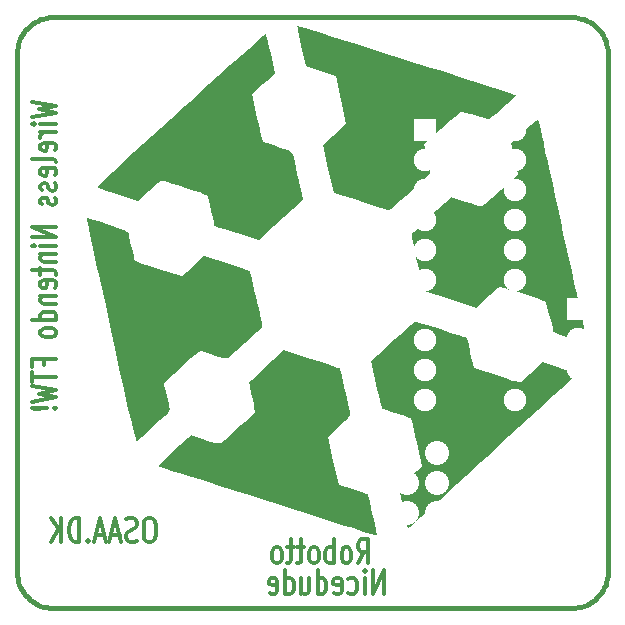
<source format=gbo>
G04 (created by PCBNEW-RS274X (2012-01-19 BZR 3256)-stable) date 21-08-2012 11:16:43*
G01*
G70*
G90*
%MOIN*%
G04 Gerber Fmt 3.4, Leading zero omitted, Abs format*
%FSLAX34Y34*%
G04 APERTURE LIST*
%ADD10C,0.006000*%
%ADD11C,0.012000*%
%ADD12C,0.015000*%
%ADD13C,0.000100*%
%ADD14R,0.075000X0.075000*%
%ADD15C,0.075000*%
%ADD16R,0.080000X0.080000*%
%ADD17C,0.080000*%
%ADD18C,0.180000*%
G04 APERTURE END LIST*
G54D10*
G54D11*
X37348Y-56453D02*
X37234Y-56453D01*
X37176Y-56491D01*
X37119Y-56567D01*
X37091Y-56719D01*
X37091Y-56986D01*
X37119Y-57139D01*
X37176Y-57215D01*
X37234Y-57253D01*
X37348Y-57253D01*
X37405Y-57215D01*
X37462Y-57139D01*
X37491Y-56986D01*
X37491Y-56719D01*
X37462Y-56567D01*
X37405Y-56491D01*
X37348Y-56453D01*
X36862Y-57215D02*
X36776Y-57253D01*
X36633Y-57253D01*
X36576Y-57215D01*
X36547Y-57177D01*
X36519Y-57100D01*
X36519Y-57024D01*
X36547Y-56948D01*
X36576Y-56910D01*
X36633Y-56872D01*
X36747Y-56834D01*
X36805Y-56796D01*
X36833Y-56758D01*
X36862Y-56681D01*
X36862Y-56605D01*
X36833Y-56529D01*
X36805Y-56491D01*
X36747Y-56453D01*
X36605Y-56453D01*
X36519Y-56491D01*
X36291Y-57024D02*
X36005Y-57024D01*
X36348Y-57253D02*
X36148Y-56453D01*
X35948Y-57253D01*
X35777Y-57024D02*
X35491Y-57024D01*
X35834Y-57253D02*
X35634Y-56453D01*
X35434Y-57253D01*
X35234Y-57177D02*
X35206Y-57215D01*
X35234Y-57253D01*
X35263Y-57215D01*
X35234Y-57177D01*
X35234Y-57253D01*
X34948Y-57253D02*
X34948Y-56453D01*
X34805Y-56453D01*
X34720Y-56491D01*
X34662Y-56567D01*
X34634Y-56643D01*
X34605Y-56796D01*
X34605Y-56910D01*
X34634Y-57062D01*
X34662Y-57139D01*
X34720Y-57215D01*
X34805Y-57253D01*
X34948Y-57253D01*
X34348Y-57253D02*
X34348Y-56453D01*
X34005Y-57253D02*
X34262Y-56796D01*
X34005Y-56453D02*
X34348Y-56910D01*
X45089Y-58985D02*
X45089Y-58185D01*
X44746Y-58985D01*
X44746Y-58185D01*
X44460Y-58985D02*
X44460Y-58451D01*
X44460Y-58185D02*
X44489Y-58223D01*
X44460Y-58261D01*
X44432Y-58223D01*
X44460Y-58185D01*
X44460Y-58261D01*
X43917Y-58947D02*
X43974Y-58985D01*
X44088Y-58985D01*
X44146Y-58947D01*
X44174Y-58909D01*
X44203Y-58832D01*
X44203Y-58604D01*
X44174Y-58528D01*
X44146Y-58490D01*
X44088Y-58451D01*
X43974Y-58451D01*
X43917Y-58490D01*
X43432Y-58947D02*
X43489Y-58985D01*
X43603Y-58985D01*
X43660Y-58947D01*
X43689Y-58871D01*
X43689Y-58566D01*
X43660Y-58490D01*
X43603Y-58451D01*
X43489Y-58451D01*
X43432Y-58490D01*
X43403Y-58566D01*
X43403Y-58642D01*
X43689Y-58718D01*
X42889Y-58985D02*
X42889Y-58185D01*
X42889Y-58947D02*
X42946Y-58985D01*
X43060Y-58985D01*
X43118Y-58947D01*
X43146Y-58909D01*
X43175Y-58832D01*
X43175Y-58604D01*
X43146Y-58528D01*
X43118Y-58490D01*
X43060Y-58451D01*
X42946Y-58451D01*
X42889Y-58490D01*
X42346Y-58451D02*
X42346Y-58985D01*
X42603Y-58451D02*
X42603Y-58871D01*
X42575Y-58947D01*
X42517Y-58985D01*
X42432Y-58985D01*
X42375Y-58947D01*
X42346Y-58909D01*
X41803Y-58985D02*
X41803Y-58185D01*
X41803Y-58947D02*
X41860Y-58985D01*
X41974Y-58985D01*
X42032Y-58947D01*
X42060Y-58909D01*
X42089Y-58832D01*
X42089Y-58604D01*
X42060Y-58528D01*
X42032Y-58490D01*
X41974Y-58451D01*
X41860Y-58451D01*
X41803Y-58490D01*
X41289Y-58947D02*
X41346Y-58985D01*
X41460Y-58985D01*
X41517Y-58947D01*
X41546Y-58871D01*
X41546Y-58566D01*
X41517Y-58490D01*
X41460Y-58451D01*
X41346Y-58451D01*
X41289Y-58490D01*
X41260Y-58566D01*
X41260Y-58642D01*
X41546Y-58718D01*
X44235Y-57962D02*
X44435Y-57581D01*
X44578Y-57962D02*
X44578Y-57162D01*
X44350Y-57162D01*
X44292Y-57200D01*
X44264Y-57238D01*
X44235Y-57314D01*
X44235Y-57428D01*
X44264Y-57505D01*
X44292Y-57543D01*
X44350Y-57581D01*
X44578Y-57581D01*
X43892Y-57962D02*
X43950Y-57924D01*
X43978Y-57886D01*
X44007Y-57809D01*
X44007Y-57581D01*
X43978Y-57505D01*
X43950Y-57467D01*
X43892Y-57428D01*
X43807Y-57428D01*
X43750Y-57467D01*
X43721Y-57505D01*
X43692Y-57581D01*
X43692Y-57809D01*
X43721Y-57886D01*
X43750Y-57924D01*
X43807Y-57962D01*
X43892Y-57962D01*
X43435Y-57962D02*
X43435Y-57162D01*
X43435Y-57467D02*
X43378Y-57428D01*
X43264Y-57428D01*
X43207Y-57467D01*
X43178Y-57505D01*
X43149Y-57581D01*
X43149Y-57809D01*
X43178Y-57886D01*
X43207Y-57924D01*
X43264Y-57962D01*
X43378Y-57962D01*
X43435Y-57924D01*
X42806Y-57962D02*
X42864Y-57924D01*
X42892Y-57886D01*
X42921Y-57809D01*
X42921Y-57581D01*
X42892Y-57505D01*
X42864Y-57467D01*
X42806Y-57428D01*
X42721Y-57428D01*
X42664Y-57467D01*
X42635Y-57505D01*
X42606Y-57581D01*
X42606Y-57809D01*
X42635Y-57886D01*
X42664Y-57924D01*
X42721Y-57962D01*
X42806Y-57962D01*
X42435Y-57428D02*
X42206Y-57428D01*
X42349Y-57162D02*
X42349Y-57848D01*
X42321Y-57924D01*
X42263Y-57962D01*
X42206Y-57962D01*
X42092Y-57428D02*
X41863Y-57428D01*
X42006Y-57162D02*
X42006Y-57848D01*
X41978Y-57924D01*
X41920Y-57962D01*
X41863Y-57962D01*
X41577Y-57962D02*
X41635Y-57924D01*
X41663Y-57886D01*
X41692Y-57809D01*
X41692Y-57581D01*
X41663Y-57505D01*
X41635Y-57467D01*
X41577Y-57428D01*
X41492Y-57428D01*
X41435Y-57467D01*
X41406Y-57505D01*
X41377Y-57581D01*
X41377Y-57809D01*
X41406Y-57886D01*
X41435Y-57924D01*
X41492Y-57962D01*
X41577Y-57962D01*
X33382Y-42574D02*
X34182Y-42717D01*
X33610Y-42831D01*
X34182Y-42945D01*
X33382Y-43088D01*
X34182Y-43317D02*
X33648Y-43317D01*
X33382Y-43317D02*
X33420Y-43288D01*
X33458Y-43317D01*
X33420Y-43345D01*
X33382Y-43317D01*
X33458Y-43317D01*
X34182Y-43603D02*
X33648Y-43603D01*
X33801Y-43603D02*
X33725Y-43631D01*
X33687Y-43660D01*
X33648Y-43717D01*
X33648Y-43774D01*
X34144Y-44202D02*
X34182Y-44145D01*
X34182Y-44031D01*
X34144Y-43974D01*
X34068Y-43945D01*
X33763Y-43945D01*
X33687Y-43974D01*
X33648Y-44031D01*
X33648Y-44145D01*
X33687Y-44202D01*
X33763Y-44231D01*
X33839Y-44231D01*
X33915Y-43945D01*
X34182Y-44574D02*
X34144Y-44516D01*
X34068Y-44488D01*
X33382Y-44488D01*
X34144Y-45030D02*
X34182Y-44973D01*
X34182Y-44859D01*
X34144Y-44802D01*
X34068Y-44773D01*
X33763Y-44773D01*
X33687Y-44802D01*
X33648Y-44859D01*
X33648Y-44973D01*
X33687Y-45030D01*
X33763Y-45059D01*
X33839Y-45059D01*
X33915Y-44773D01*
X34144Y-45287D02*
X34182Y-45344D01*
X34182Y-45459D01*
X34144Y-45516D01*
X34068Y-45544D01*
X34029Y-45544D01*
X33953Y-45516D01*
X33915Y-45459D01*
X33915Y-45373D01*
X33877Y-45316D01*
X33801Y-45287D01*
X33763Y-45287D01*
X33687Y-45316D01*
X33648Y-45373D01*
X33648Y-45459D01*
X33687Y-45516D01*
X34144Y-45773D02*
X34182Y-45830D01*
X34182Y-45945D01*
X34144Y-46002D01*
X34068Y-46030D01*
X34029Y-46030D01*
X33953Y-46002D01*
X33915Y-45945D01*
X33915Y-45859D01*
X33877Y-45802D01*
X33801Y-45773D01*
X33763Y-45773D01*
X33687Y-45802D01*
X33648Y-45859D01*
X33648Y-45945D01*
X33687Y-46002D01*
X34182Y-46745D02*
X33382Y-46745D01*
X34182Y-47088D01*
X33382Y-47088D01*
X34182Y-47374D02*
X33648Y-47374D01*
X33382Y-47374D02*
X33420Y-47345D01*
X33458Y-47374D01*
X33420Y-47402D01*
X33382Y-47374D01*
X33458Y-47374D01*
X33648Y-47660D02*
X34182Y-47660D01*
X33725Y-47660D02*
X33687Y-47688D01*
X33648Y-47746D01*
X33648Y-47831D01*
X33687Y-47888D01*
X33763Y-47917D01*
X34182Y-47917D01*
X33648Y-48117D02*
X33648Y-48346D01*
X33382Y-48203D02*
X34068Y-48203D01*
X34144Y-48231D01*
X34182Y-48289D01*
X34182Y-48346D01*
X34144Y-48774D02*
X34182Y-48717D01*
X34182Y-48603D01*
X34144Y-48546D01*
X34068Y-48517D01*
X33763Y-48517D01*
X33687Y-48546D01*
X33648Y-48603D01*
X33648Y-48717D01*
X33687Y-48774D01*
X33763Y-48803D01*
X33839Y-48803D01*
X33915Y-48517D01*
X33648Y-49060D02*
X34182Y-49060D01*
X33725Y-49060D02*
X33687Y-49088D01*
X33648Y-49146D01*
X33648Y-49231D01*
X33687Y-49288D01*
X33763Y-49317D01*
X34182Y-49317D01*
X34182Y-49860D02*
X33382Y-49860D01*
X34144Y-49860D02*
X34182Y-49803D01*
X34182Y-49689D01*
X34144Y-49631D01*
X34106Y-49603D01*
X34029Y-49574D01*
X33801Y-49574D01*
X33725Y-49603D01*
X33687Y-49631D01*
X33648Y-49689D01*
X33648Y-49803D01*
X33687Y-49860D01*
X34182Y-50232D02*
X34144Y-50174D01*
X34106Y-50146D01*
X34029Y-50117D01*
X33801Y-50117D01*
X33725Y-50146D01*
X33687Y-50174D01*
X33648Y-50232D01*
X33648Y-50317D01*
X33687Y-50374D01*
X33725Y-50403D01*
X33801Y-50432D01*
X34029Y-50432D01*
X34106Y-50403D01*
X34144Y-50374D01*
X34182Y-50317D01*
X34182Y-50232D01*
X33763Y-51346D02*
X33763Y-51146D01*
X34182Y-51146D02*
X33382Y-51146D01*
X33382Y-51432D01*
X33382Y-51574D02*
X33382Y-51917D01*
X34182Y-51746D02*
X33382Y-51746D01*
X33382Y-52060D02*
X34182Y-52203D01*
X33610Y-52317D01*
X34182Y-52431D01*
X33382Y-52574D01*
X34106Y-52803D02*
X34144Y-52831D01*
X34182Y-52803D01*
X34144Y-52774D01*
X34106Y-52803D01*
X34182Y-52803D01*
X33877Y-52803D02*
X33420Y-52774D01*
X33382Y-52803D01*
X33420Y-52831D01*
X33877Y-52803D01*
X33382Y-52803D01*
G54D12*
X51378Y-59449D02*
X51480Y-59444D01*
X51583Y-59431D01*
X51683Y-59408D01*
X51781Y-59377D01*
X51877Y-59338D01*
X51968Y-59290D01*
X52055Y-59235D01*
X52137Y-59172D01*
X52213Y-59103D01*
X52282Y-59027D01*
X52345Y-58945D01*
X52400Y-58858D01*
X52448Y-58767D01*
X52487Y-58671D01*
X52518Y-58573D01*
X52541Y-58473D01*
X52554Y-58370D01*
X52559Y-58268D01*
X52559Y-40945D02*
X52554Y-40843D01*
X52541Y-40740D01*
X52518Y-40640D01*
X52487Y-40542D01*
X52448Y-40446D01*
X52400Y-40355D01*
X52345Y-40268D01*
X52282Y-40186D01*
X52213Y-40110D01*
X52137Y-40041D01*
X52055Y-39978D01*
X51968Y-39923D01*
X51877Y-39875D01*
X51781Y-39836D01*
X51683Y-39805D01*
X51583Y-39782D01*
X51480Y-39769D01*
X51378Y-39764D01*
X32874Y-58268D02*
X32879Y-58370D01*
X32892Y-58473D01*
X32915Y-58573D01*
X32946Y-58671D01*
X32985Y-58767D01*
X33033Y-58858D01*
X33088Y-58945D01*
X33151Y-59027D01*
X33220Y-59103D01*
X33296Y-59172D01*
X33378Y-59235D01*
X33465Y-59290D01*
X33556Y-59338D01*
X33652Y-59377D01*
X33750Y-59408D01*
X33850Y-59431D01*
X33953Y-59444D01*
X34055Y-59449D01*
X34055Y-39764D02*
X33953Y-39769D01*
X33850Y-39782D01*
X33750Y-39805D01*
X33652Y-39836D01*
X33556Y-39875D01*
X33465Y-39923D01*
X33378Y-39978D01*
X33296Y-40041D01*
X33220Y-40110D01*
X33151Y-40186D01*
X33088Y-40268D01*
X33033Y-40355D01*
X32985Y-40446D01*
X32946Y-40542D01*
X32915Y-40640D01*
X32892Y-40740D01*
X32879Y-40843D01*
X32874Y-40945D01*
X32874Y-58268D02*
X32874Y-40945D01*
X51378Y-59449D02*
X34055Y-59449D01*
X52559Y-40945D02*
X52559Y-58268D01*
X34055Y-39764D02*
X51378Y-39764D01*
G54D13*
G36*
X44860Y-57017D02*
X44835Y-57029D01*
X44799Y-57019D01*
X44703Y-56990D01*
X44551Y-56943D01*
X44348Y-56879D01*
X44098Y-56801D01*
X43805Y-56708D01*
X43472Y-56604D01*
X43105Y-56487D01*
X42706Y-56361D01*
X42281Y-56226D01*
X41833Y-56083D01*
X41366Y-55935D01*
X41210Y-55885D01*
X40738Y-55735D01*
X40283Y-55590D01*
X39849Y-55452D01*
X39442Y-55322D01*
X39063Y-55201D01*
X38719Y-55091D01*
X38413Y-54993D01*
X38148Y-54909D01*
X37929Y-54839D01*
X37760Y-54785D01*
X37646Y-54748D01*
X37589Y-54730D01*
X37584Y-54729D01*
X37596Y-54704D01*
X37650Y-54642D01*
X37739Y-54550D01*
X37855Y-54435D01*
X37991Y-54305D01*
X38138Y-54167D01*
X38290Y-54028D01*
X38439Y-53895D01*
X38577Y-53776D01*
X38583Y-53771D01*
X38674Y-53694D01*
X39148Y-53845D01*
X39340Y-53904D01*
X39478Y-53943D01*
X39573Y-53964D01*
X39634Y-53968D01*
X39670Y-53958D01*
X39675Y-53955D01*
X39719Y-53917D01*
X39800Y-53845D01*
X39910Y-53746D01*
X40040Y-53628D01*
X40181Y-53499D01*
X40326Y-53366D01*
X40466Y-53237D01*
X40593Y-53119D01*
X40698Y-53022D01*
X40772Y-52951D01*
X40808Y-52915D01*
X40810Y-52913D01*
X40803Y-52878D01*
X40785Y-52789D01*
X40757Y-52660D01*
X40723Y-52501D01*
X40708Y-52431D01*
X40672Y-52262D01*
X40643Y-52115D01*
X40623Y-52004D01*
X40615Y-51941D01*
X40616Y-51932D01*
X40626Y-51917D01*
X40652Y-51889D01*
X40698Y-51843D01*
X40769Y-51775D01*
X40870Y-51681D01*
X41005Y-51557D01*
X41179Y-51399D01*
X41396Y-51202D01*
X41486Y-51120D01*
X41773Y-50859D01*
X42683Y-51148D01*
X42918Y-51223D01*
X43133Y-51293D01*
X43319Y-51355D01*
X43467Y-51406D01*
X43571Y-51443D01*
X43620Y-51463D01*
X43623Y-51465D01*
X43637Y-51503D01*
X43663Y-51595D01*
X43697Y-51730D01*
X43738Y-51896D01*
X43782Y-52082D01*
X43828Y-52277D01*
X43871Y-52469D01*
X43911Y-52647D01*
X43943Y-52801D01*
X43966Y-52918D01*
X43977Y-52987D01*
X43978Y-52995D01*
X43955Y-53035D01*
X43891Y-53111D01*
X43795Y-53214D01*
X43676Y-53334D01*
X43609Y-53398D01*
X43239Y-53748D01*
X43416Y-54546D01*
X43593Y-55345D01*
X44066Y-55496D01*
X44234Y-55551D01*
X44378Y-55600D01*
X44487Y-55639D01*
X44550Y-55664D01*
X44560Y-55669D01*
X44573Y-55707D01*
X44598Y-55800D01*
X44631Y-55936D01*
X44671Y-56105D01*
X44711Y-56286D01*
X44754Y-56481D01*
X44793Y-56658D01*
X44826Y-56805D01*
X44849Y-56909D01*
X44860Y-56956D01*
X44860Y-57017D01*
X44860Y-57017D01*
X44860Y-57017D01*
G37*
G36*
X51536Y-51647D02*
X51513Y-51670D01*
X51445Y-51736D01*
X51333Y-51840D01*
X51181Y-51980D01*
X50993Y-52154D01*
X50771Y-52358D01*
X50519Y-52590D01*
X50240Y-52846D01*
X49937Y-53124D01*
X49613Y-53421D01*
X49271Y-53733D01*
X48914Y-54059D01*
X48886Y-54085D01*
X48525Y-54414D01*
X48175Y-54734D01*
X47841Y-55039D01*
X47525Y-55328D01*
X47230Y-55597D01*
X46961Y-55843D01*
X46721Y-56063D01*
X46512Y-56253D01*
X46339Y-56411D01*
X46206Y-56534D01*
X46114Y-56618D01*
X46069Y-56659D01*
X45973Y-56741D01*
X45916Y-56772D01*
X45896Y-56760D01*
X45884Y-56715D01*
X45861Y-56615D01*
X45828Y-56471D01*
X45789Y-56295D01*
X45745Y-56098D01*
X45741Y-56079D01*
X45602Y-55444D01*
X45813Y-55246D01*
X45939Y-55127D01*
X46073Y-55000D01*
X46188Y-54890D01*
X46197Y-54881D01*
X46369Y-54715D01*
X46196Y-53940D01*
X46146Y-53721D01*
X46099Y-53523D01*
X46058Y-53357D01*
X46024Y-53231D01*
X46000Y-53154D01*
X45992Y-53136D01*
X45950Y-53116D01*
X45856Y-53081D01*
X45724Y-53035D01*
X45566Y-52984D01*
X45510Y-52966D01*
X45346Y-52914D01*
X45206Y-52867D01*
X45101Y-52830D01*
X45043Y-52807D01*
X45036Y-52803D01*
X45023Y-52765D01*
X44998Y-52672D01*
X44963Y-52532D01*
X44921Y-52354D01*
X44874Y-52149D01*
X44842Y-52001D01*
X44671Y-51222D01*
X44749Y-51148D01*
X44800Y-51100D01*
X44891Y-51017D01*
X45013Y-50906D01*
X45157Y-50774D01*
X45315Y-50631D01*
X45478Y-50483D01*
X45637Y-50339D01*
X45783Y-50207D01*
X45909Y-50094D01*
X46004Y-50009D01*
X46060Y-49959D01*
X46067Y-49953D01*
X46090Y-49936D01*
X46116Y-49925D01*
X46154Y-49922D01*
X46211Y-49929D01*
X46294Y-49949D01*
X46411Y-49982D01*
X46569Y-50031D01*
X46777Y-50096D01*
X46999Y-50167D01*
X47226Y-50240D01*
X47431Y-50306D01*
X47606Y-50362D01*
X47742Y-50406D01*
X47832Y-50435D01*
X47866Y-50446D01*
X47867Y-50447D01*
X47876Y-50479D01*
X47897Y-50564D01*
X47926Y-50693D01*
X47963Y-50853D01*
X47984Y-50947D01*
X48094Y-51444D01*
X48860Y-51687D01*
X49075Y-51755D01*
X49268Y-51816D01*
X49431Y-51866D01*
X49554Y-51904D01*
X49629Y-51926D01*
X49649Y-51931D01*
X49680Y-51910D01*
X49751Y-51851D01*
X49852Y-51763D01*
X49975Y-51654D01*
X50035Y-51599D01*
X50399Y-51268D01*
X50963Y-51453D01*
X51145Y-51513D01*
X51303Y-51566D01*
X51428Y-51608D01*
X51509Y-51637D01*
X51536Y-51647D01*
X51536Y-51647D01*
X51536Y-51647D01*
G37*
G36*
X41043Y-50050D02*
X41020Y-50081D01*
X40956Y-50148D01*
X40858Y-50244D01*
X40737Y-50362D01*
X40599Y-50494D01*
X40453Y-50631D01*
X40308Y-50767D01*
X40171Y-50892D01*
X40051Y-51000D01*
X39956Y-51083D01*
X39909Y-51121D01*
X39875Y-51134D01*
X39818Y-51131D01*
X39728Y-51112D01*
X39594Y-51075D01*
X39409Y-51016D01*
X39231Y-50959D01*
X39105Y-50921D01*
X39020Y-50901D01*
X38964Y-50896D01*
X38927Y-50904D01*
X38897Y-50924D01*
X38894Y-50926D01*
X38802Y-51005D01*
X38684Y-51110D01*
X38548Y-51234D01*
X38401Y-51368D01*
X38254Y-51505D01*
X38112Y-51637D01*
X37986Y-51757D01*
X37882Y-51857D01*
X37810Y-51929D01*
X37778Y-51966D01*
X37777Y-51968D01*
X37783Y-52011D01*
X37801Y-52104D01*
X37827Y-52231D01*
X37858Y-52376D01*
X37890Y-52524D01*
X37920Y-52660D01*
X37944Y-52767D01*
X37960Y-52831D01*
X37962Y-52835D01*
X37949Y-52873D01*
X37893Y-52943D01*
X37794Y-53047D01*
X37648Y-53188D01*
X37452Y-53369D01*
X37294Y-53513D01*
X37149Y-53644D01*
X37027Y-53753D01*
X36936Y-53835D01*
X36883Y-53881D01*
X36876Y-53887D01*
X36867Y-53887D01*
X36855Y-53872D01*
X36841Y-53839D01*
X36822Y-53784D01*
X36799Y-53705D01*
X36771Y-53597D01*
X36736Y-53457D01*
X36694Y-53283D01*
X36645Y-53070D01*
X36586Y-52815D01*
X36519Y-52516D01*
X36441Y-52169D01*
X36352Y-51769D01*
X36252Y-51315D01*
X36139Y-50803D01*
X36012Y-50229D01*
X36003Y-50187D01*
X35896Y-49700D01*
X35793Y-49231D01*
X35695Y-48784D01*
X35603Y-48364D01*
X35518Y-47975D01*
X35441Y-47620D01*
X35372Y-47305D01*
X35313Y-47032D01*
X35264Y-46806D01*
X35226Y-46631D01*
X35201Y-46512D01*
X35188Y-46451D01*
X35187Y-46445D01*
X35225Y-46450D01*
X35314Y-46475D01*
X35442Y-46516D01*
X35600Y-46568D01*
X35775Y-46628D01*
X35957Y-46691D01*
X36134Y-46755D01*
X36295Y-46814D01*
X36429Y-46866D01*
X36525Y-46905D01*
X36571Y-46929D01*
X36574Y-46931D01*
X36589Y-46981D01*
X36615Y-47082D01*
X36647Y-47222D01*
X36683Y-47386D01*
X36693Y-47431D01*
X36727Y-47595D01*
X36757Y-47734D01*
X36780Y-47835D01*
X36792Y-47887D01*
X36794Y-47891D01*
X36826Y-47903D01*
X36913Y-47932D01*
X37047Y-47976D01*
X37218Y-48032D01*
X37417Y-48096D01*
X37580Y-48148D01*
X38359Y-48395D01*
X38460Y-48303D01*
X38526Y-48242D01*
X38627Y-48150D01*
X38746Y-48041D01*
X38836Y-47959D01*
X39111Y-47707D01*
X39865Y-47951D01*
X40077Y-48021D01*
X40268Y-48084D01*
X40428Y-48138D01*
X40548Y-48179D01*
X40620Y-48205D01*
X40636Y-48213D01*
X40647Y-48248D01*
X40670Y-48339D01*
X40702Y-48474D01*
X40741Y-48644D01*
X40785Y-48838D01*
X40832Y-49046D01*
X40879Y-49259D01*
X40924Y-49466D01*
X40965Y-49656D01*
X40999Y-49820D01*
X41025Y-49948D01*
X41040Y-50028D01*
X41043Y-50050D01*
X41043Y-50050D01*
X41043Y-50050D01*
G37*
G36*
X51870Y-50609D02*
X51839Y-50629D01*
X51793Y-50617D01*
X51696Y-50588D01*
X51560Y-50544D01*
X51396Y-50490D01*
X51287Y-50454D01*
X51115Y-50394D01*
X50965Y-50341D01*
X50849Y-50298D01*
X50778Y-50270D01*
X50762Y-50262D01*
X50748Y-50224D01*
X50724Y-50133D01*
X50691Y-50000D01*
X50653Y-49837D01*
X50632Y-49747D01*
X50586Y-49552D01*
X50543Y-49395D01*
X50507Y-49284D01*
X50479Y-49228D01*
X50474Y-49224D01*
X50430Y-49207D01*
X50331Y-49172D01*
X50189Y-49125D01*
X50011Y-49067D01*
X49809Y-49002D01*
X49695Y-48966D01*
X49461Y-48892D01*
X49281Y-48837D01*
X49149Y-48798D01*
X49054Y-48775D01*
X48989Y-48764D01*
X48946Y-48765D01*
X48915Y-48775D01*
X48890Y-48791D01*
X48838Y-48835D01*
X48749Y-48913D01*
X48635Y-49016D01*
X48509Y-49132D01*
X48494Y-49145D01*
X48173Y-49442D01*
X47300Y-49160D01*
X46428Y-48878D01*
X46238Y-48029D01*
X46186Y-47795D01*
X46138Y-47578D01*
X46096Y-47387D01*
X46062Y-47232D01*
X46038Y-47124D01*
X46029Y-47077D01*
X46024Y-47041D01*
X46029Y-47006D01*
X46050Y-46965D01*
X46093Y-46911D01*
X46163Y-46838D01*
X46267Y-46740D01*
X46409Y-46608D01*
X46551Y-46479D01*
X46718Y-46327D01*
X46875Y-46184D01*
X47015Y-46056D01*
X47126Y-45954D01*
X47200Y-45886D01*
X47214Y-45873D01*
X47335Y-45759D01*
X47824Y-45914D01*
X47996Y-45967D01*
X48148Y-46011D01*
X48267Y-46042D01*
X48341Y-46058D01*
X48358Y-46058D01*
X48390Y-46035D01*
X48462Y-45976D01*
X48567Y-45886D01*
X48695Y-45775D01*
X48839Y-45649D01*
X48990Y-45516D01*
X49140Y-45383D01*
X49280Y-45258D01*
X49402Y-45147D01*
X49498Y-45059D01*
X49558Y-45001D01*
X49577Y-44981D01*
X49570Y-44948D01*
X49550Y-44862D01*
X49521Y-44732D01*
X49485Y-44572D01*
X49460Y-44462D01*
X49343Y-43948D01*
X49501Y-43802D01*
X49710Y-43610D01*
X49875Y-43459D01*
X50001Y-43344D01*
X50095Y-43263D01*
X50160Y-43209D01*
X50204Y-43180D01*
X50230Y-43171D01*
X50244Y-43178D01*
X50252Y-43196D01*
X50254Y-43206D01*
X50264Y-43248D01*
X50287Y-43350D01*
X50321Y-43507D01*
X50367Y-43713D01*
X50422Y-43965D01*
X50486Y-44256D01*
X50558Y-44581D01*
X50636Y-44936D01*
X50720Y-45315D01*
X50807Y-45714D01*
X50898Y-46126D01*
X50991Y-46548D01*
X51084Y-46973D01*
X51177Y-47398D01*
X51269Y-47816D01*
X51359Y-48222D01*
X51444Y-48612D01*
X51525Y-48981D01*
X51600Y-49322D01*
X51668Y-49632D01*
X51728Y-49905D01*
X51778Y-50136D01*
X51819Y-50320D01*
X51847Y-50452D01*
X51863Y-50526D01*
X51866Y-50540D01*
X51870Y-50609D01*
X51870Y-50609D01*
X51870Y-50609D01*
G37*
G36*
X42403Y-45833D02*
X42215Y-46009D01*
X42141Y-46077D01*
X42067Y-46146D01*
X41985Y-46222D01*
X41887Y-46312D01*
X41766Y-46423D01*
X41615Y-46561D01*
X41427Y-46732D01*
X41277Y-46870D01*
X40927Y-47189D01*
X40193Y-46954D01*
X39985Y-46888D01*
X39798Y-46828D01*
X39644Y-46778D01*
X39530Y-46741D01*
X39465Y-46720D01*
X39453Y-46716D01*
X39444Y-46684D01*
X39424Y-46598D01*
X39393Y-46470D01*
X39357Y-46309D01*
X39333Y-46205D01*
X39294Y-46030D01*
X39258Y-45880D01*
X39230Y-45766D01*
X39212Y-45698D01*
X39206Y-45686D01*
X39171Y-45672D01*
X39084Y-45642D01*
X38953Y-45600D01*
X38792Y-45548D01*
X38610Y-45490D01*
X38418Y-45429D01*
X38227Y-45369D01*
X38047Y-45313D01*
X37890Y-45264D01*
X37766Y-45227D01*
X37686Y-45204D01*
X37662Y-45198D01*
X37629Y-45219D01*
X37557Y-45279D01*
X37455Y-45368D01*
X37331Y-45480D01*
X37264Y-45542D01*
X36893Y-45886D01*
X36214Y-45667D01*
X36014Y-45601D01*
X35837Y-45541D01*
X35692Y-45491D01*
X35588Y-45452D01*
X35536Y-45429D01*
X35531Y-45425D01*
X35554Y-45399D01*
X35623Y-45331D01*
X35733Y-45226D01*
X35882Y-45087D01*
X36064Y-44917D01*
X36278Y-44720D01*
X36518Y-44499D01*
X36781Y-44258D01*
X37063Y-44000D01*
X37361Y-43728D01*
X37671Y-43445D01*
X37989Y-43156D01*
X38310Y-42864D01*
X38633Y-42571D01*
X38952Y-42282D01*
X39264Y-42000D01*
X39565Y-41728D01*
X39852Y-41470D01*
X40121Y-41228D01*
X40367Y-41008D01*
X40588Y-40811D01*
X40779Y-40641D01*
X40936Y-40502D01*
X41057Y-40398D01*
X41137Y-40330D01*
X41172Y-40304D01*
X41173Y-40304D01*
X41184Y-40348D01*
X41208Y-40446D01*
X41241Y-40588D01*
X41281Y-40762D01*
X41325Y-40959D01*
X41330Y-40979D01*
X41473Y-41615D01*
X41366Y-41715D01*
X41296Y-41779D01*
X41193Y-41874D01*
X41072Y-41985D01*
X40985Y-42065D01*
X40712Y-42315D01*
X40886Y-43104D01*
X40935Y-43324D01*
X40980Y-43522D01*
X41019Y-43688D01*
X41050Y-43814D01*
X41070Y-43891D01*
X41077Y-43910D01*
X41113Y-43925D01*
X41201Y-43957D01*
X41330Y-44001D01*
X41487Y-44052D01*
X41559Y-44076D01*
X41767Y-44145D01*
X41914Y-44201D01*
X42006Y-44246D01*
X42048Y-44282D01*
X42050Y-44286D01*
X42064Y-44336D01*
X42091Y-44440D01*
X42126Y-44589D01*
X42168Y-44773D01*
X42215Y-44981D01*
X42239Y-45090D01*
X42403Y-45833D01*
X42403Y-45833D01*
X42403Y-45833D01*
G37*
G36*
X49507Y-42362D02*
X49483Y-42390D01*
X49417Y-42453D01*
X49321Y-42542D01*
X49204Y-42648D01*
X49076Y-42763D01*
X48947Y-42877D01*
X48826Y-42983D01*
X48724Y-43070D01*
X48650Y-43132D01*
X48614Y-43158D01*
X48613Y-43158D01*
X48571Y-43152D01*
X48478Y-43130D01*
X48347Y-43093D01*
X48191Y-43046D01*
X48150Y-43033D01*
X47988Y-42983D01*
X47848Y-42942D01*
X47742Y-42912D01*
X47683Y-42898D01*
X47677Y-42898D01*
X47641Y-42919D01*
X47564Y-42979D01*
X47455Y-43071D01*
X47321Y-43187D01*
X47171Y-43322D01*
X47151Y-43340D01*
X46993Y-43483D01*
X46845Y-43618D01*
X46715Y-43735D01*
X46615Y-43826D01*
X46554Y-43881D01*
X46553Y-43881D01*
X46440Y-43981D01*
X46545Y-44441D01*
X46581Y-44610D01*
X46610Y-44758D01*
X46628Y-44871D01*
X46633Y-44937D01*
X46632Y-44946D01*
X46602Y-44982D01*
X46532Y-45054D01*
X46427Y-45155D01*
X46296Y-45278D01*
X46148Y-45415D01*
X45990Y-45560D01*
X45829Y-45706D01*
X45675Y-45844D01*
X45534Y-45968D01*
X45416Y-46071D01*
X45327Y-46145D01*
X45275Y-46183D01*
X45268Y-46187D01*
X45226Y-46178D01*
X45130Y-46152D01*
X44987Y-46109D01*
X44807Y-46054D01*
X44597Y-45988D01*
X44365Y-45915D01*
X44328Y-45903D01*
X43429Y-45613D01*
X43252Y-44814D01*
X43075Y-44015D01*
X43201Y-43898D01*
X43281Y-43824D01*
X43393Y-43722D01*
X43517Y-43607D01*
X43584Y-43546D01*
X43842Y-43310D01*
X43667Y-42512D01*
X43492Y-41715D01*
X42992Y-41548D01*
X42493Y-41381D01*
X42348Y-40721D01*
X42305Y-40521D01*
X42268Y-40343D01*
X42240Y-40198D01*
X42223Y-40096D01*
X42218Y-40047D01*
X42219Y-40045D01*
X42252Y-40052D01*
X42344Y-40079D01*
X42489Y-40122D01*
X42683Y-40182D01*
X42922Y-40256D01*
X43199Y-40342D01*
X43511Y-40440D01*
X43852Y-40547D01*
X44218Y-40662D01*
X44604Y-40784D01*
X45004Y-40911D01*
X45415Y-41041D01*
X45831Y-41173D01*
X46247Y-41305D01*
X46659Y-41437D01*
X47061Y-41565D01*
X47449Y-41689D01*
X47818Y-41808D01*
X48164Y-41919D01*
X48481Y-42021D01*
X48764Y-42113D01*
X49008Y-42193D01*
X49210Y-42259D01*
X49363Y-42310D01*
X49464Y-42345D01*
X49506Y-42361D01*
X49507Y-42362D01*
X49507Y-42362D01*
X49507Y-42362D01*
G37*
%LPC*%
G54D14*
X51575Y-49484D03*
G54D15*
X51575Y-50484D03*
X51575Y-51484D03*
X51575Y-52484D03*
G54D16*
X46878Y-58299D03*
G54D17*
X45878Y-58299D03*
X46878Y-57299D03*
X45878Y-57299D03*
X46878Y-56299D03*
X45878Y-56299D03*
X46878Y-55299D03*
X45878Y-55299D03*
X46878Y-54299D03*
X45878Y-54299D03*
G54D16*
X50484Y-55496D03*
G54D17*
X51484Y-55496D03*
X50484Y-56496D03*
X51484Y-56496D03*
X50484Y-57496D03*
X51484Y-57496D03*
G54D14*
X46453Y-43531D03*
G54D15*
X46453Y-44531D03*
X46453Y-45531D03*
X46453Y-46531D03*
X46453Y-47531D03*
X46453Y-48531D03*
X46453Y-49531D03*
X46453Y-50531D03*
X46453Y-51531D03*
X46453Y-52531D03*
X49453Y-52531D03*
X49453Y-51531D03*
X49453Y-50531D03*
X49453Y-49531D03*
X49453Y-48531D03*
X49453Y-47531D03*
X49453Y-46531D03*
X49453Y-45531D03*
X49453Y-44531D03*
X49453Y-43531D03*
G54D14*
X51575Y-45457D03*
G54D15*
X51575Y-46457D03*
X51575Y-47457D03*
G54D18*
X34882Y-41378D03*
X51103Y-41378D03*
X40197Y-57795D03*
M02*

</source>
